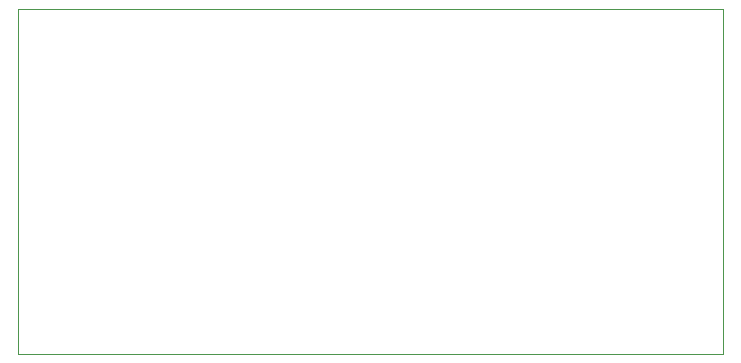
<source format=gbr>
%TF.GenerationSoftware,KiCad,Pcbnew,(6.0.6)*%
%TF.CreationDate,2023-05-03T19:44:46+02:00*%
%TF.ProjectId,Portal Turret,506f7274-616c-4205-9475-727265742e6b,rev?*%
%TF.SameCoordinates,Original*%
%TF.FileFunction,Profile,NP*%
%FSLAX46Y46*%
G04 Gerber Fmt 4.6, Leading zero omitted, Abs format (unit mm)*
G04 Created by KiCad (PCBNEW (6.0.6)) date 2023-05-03 19:44:46*
%MOMM*%
%LPD*%
G01*
G04 APERTURE LIST*
%TA.AperFunction,Profile*%
%ADD10C,0.100000*%
%TD*%
G04 APERTURE END LIST*
D10*
X83820000Y-69215000D02*
X143510000Y-69215000D01*
X143510000Y-69215000D02*
X143510000Y-98425000D01*
X143510000Y-98425000D02*
X83820000Y-98425000D01*
X83820000Y-98425000D02*
X83820000Y-69215000D01*
M02*

</source>
